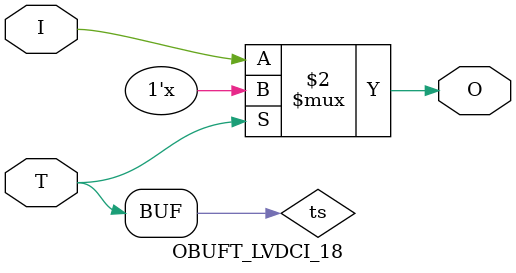
<source format=v>

/*

FUNCTION    : TRI-STATE OUTPUT BUFFER

*/

`celldefine
`timescale  100 ps / 10 ps

module OBUFT_LVDCI_18 (O, I, T);

    output O;

    input  I, T;

    or O1 (ts, 1'b0, T);
    bufif0 T1 (O, I, ts);

endmodule

</source>
